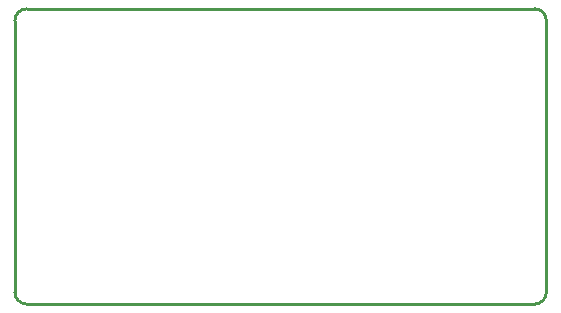
<source format=gm1>
G04*
G04 #@! TF.GenerationSoftware,Altium Limited,Altium Designer,22.6.1 (34)*
G04*
G04 Layer_Color=16711935*
%FSLAX44Y44*%
%MOMM*%
G71*
G04*
G04 #@! TF.SameCoordinates,64BB26C1-36A9-42FA-8A83-9A0FAFC5C5BC*
G04*
G04*
G04 #@! TF.FilePolarity,Positive*
G04*
G01*
G75*
%ADD11C,0.2540*%
D11*
X10000Y250000D02*
G03*
X0Y240000I0J-10000D01*
G01*
Y10000D02*
G03*
X10000Y-0I10000J0D01*
G01*
X440000Y0D02*
G03*
X450000Y10000I0J10000D01*
G01*
X450000Y240000D02*
G03*
X440000Y250000I-10000J0D01*
G01*
X10000Y-0D02*
X440000Y0D01*
X450000Y10000D02*
Y240000D01*
X10000Y250000D02*
X440000D01*
X0Y10000D02*
Y240000D01*
M02*

</source>
